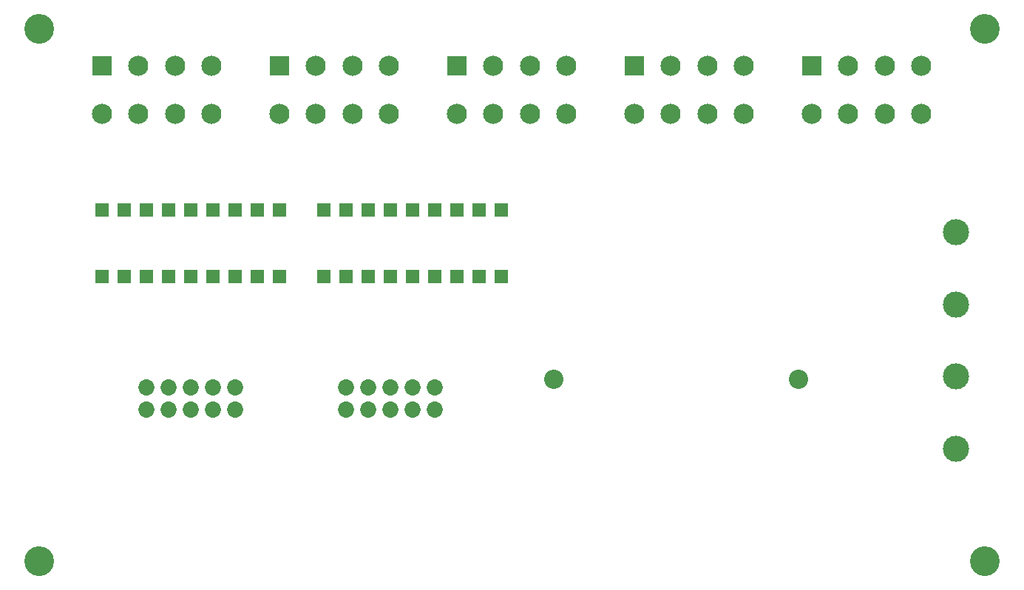
<source format=gbr>
G04 EAGLE Gerber RS-274X export*
G75*
%MOMM*%
%FSLAX34Y34*%
%LPD*%
%INSoldermask Top*%
%IPPOS*%
%AMOC8*
5,1,8,0,0,1.08239X$1,22.5*%
G01*
G04 Define Apertures*
%ADD10C,2.203200*%
%ADD11C,3.403200*%
%ADD12R,2.303200X2.303200*%
%ADD13C,2.303200*%
%ADD14R,1.498600X1.498600*%
%ADD15C,2.984500*%
%ADD16C,1.853200*%
D10*
X771388Y403296D03*
X1051458Y403233D03*
D11*
X182400Y195100D03*
X182400Y804900D03*
X1265200Y804900D03*
X1265200Y195100D03*
D12*
X254000Y762000D03*
D13*
X296000Y762000D03*
X338000Y762000D03*
X380000Y762000D03*
X254000Y707000D03*
X296000Y707000D03*
X338000Y707000D03*
X380000Y707000D03*
D12*
X457200Y762000D03*
D13*
X499200Y762000D03*
X541200Y762000D03*
X583200Y762000D03*
X457200Y707000D03*
X499200Y707000D03*
X541200Y707000D03*
X583200Y707000D03*
D12*
X660400Y762000D03*
D13*
X702400Y762000D03*
X744400Y762000D03*
X786400Y762000D03*
X660400Y707000D03*
X702400Y707000D03*
X744400Y707000D03*
X786400Y707000D03*
D12*
X863600Y762000D03*
D13*
X905600Y762000D03*
X947600Y762000D03*
X989600Y762000D03*
X863600Y707000D03*
X905600Y707000D03*
X947600Y707000D03*
X989600Y707000D03*
D12*
X1066800Y762000D03*
D13*
X1108800Y762000D03*
X1150800Y762000D03*
X1192800Y762000D03*
X1066800Y707000D03*
X1108800Y707000D03*
X1150800Y707000D03*
X1192800Y707000D03*
D14*
X254000Y520700D03*
X279400Y520700D03*
X304800Y520700D03*
X330200Y520700D03*
X355600Y520700D03*
X381000Y520700D03*
X406400Y520700D03*
X431800Y520700D03*
X457200Y520700D03*
X457200Y596900D03*
X431800Y596900D03*
X406400Y596900D03*
X381000Y596900D03*
X355600Y596900D03*
X330200Y596900D03*
X304800Y596900D03*
X279400Y596900D03*
X254000Y596900D03*
X508000Y520700D03*
X533400Y520700D03*
X558800Y520700D03*
X584200Y520700D03*
X609600Y520700D03*
X635000Y520700D03*
X660400Y520700D03*
X685800Y520700D03*
X711200Y520700D03*
X711200Y596900D03*
X685800Y596900D03*
X660400Y596900D03*
X635000Y596900D03*
X609600Y596900D03*
X584200Y596900D03*
X558800Y596900D03*
X533400Y596900D03*
X508000Y596900D03*
D15*
X1231900Y571500D03*
X1231900Y489001D03*
X1231900Y406502D03*
X1231900Y324002D03*
D16*
X304800Y393700D03*
X304800Y368300D03*
X330200Y393700D03*
X330200Y368300D03*
X355600Y393700D03*
X355600Y368300D03*
X381000Y368300D03*
X381000Y393700D03*
X406400Y368300D03*
X406400Y393700D03*
X533400Y393700D03*
X533400Y368300D03*
X558800Y393700D03*
X558800Y368300D03*
X584200Y393700D03*
X584200Y368300D03*
X609600Y368300D03*
X609600Y393700D03*
X635000Y368300D03*
X635000Y393700D03*
M02*

</source>
